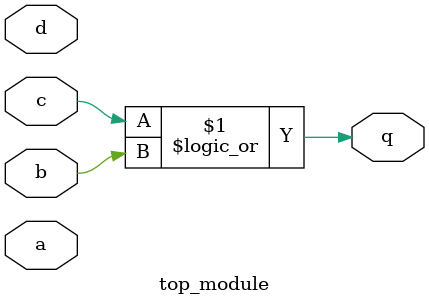
<source format=sv>
module top_module (
    input a,
    input b,
    input c,
    input d,
    output q );//

    assign q = c || b;

endmodule

</source>
